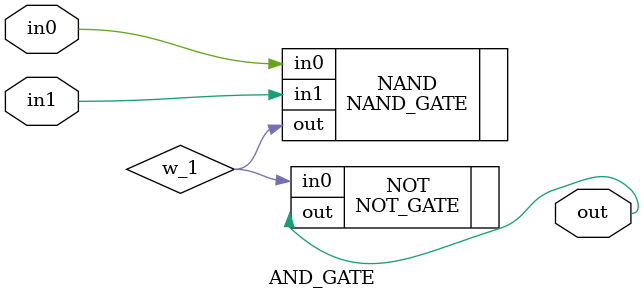
<source format=v>
module AND_GATE(
     input wire       in0,
     input wire       in1,
     output wire       out
);
    wire w_1;
    NAND_GATE NAND(
        .in0    (in0    ),
        .in1    (in1    ),
        .out    (w_1    )
    );

    NOT_GATE NOT(
        .in0    (w_1    ),
        .out    (out    )
    );
    
endmodule

</source>
